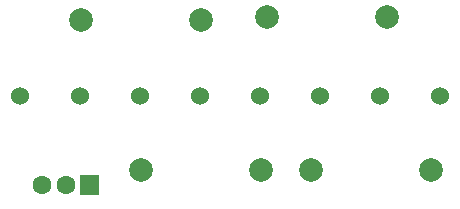
<source format=gbl>
G04 Layer: BottomLayer*
G04 EasyEDA v6.4.5, 2020-09-10T16:32:17+00:00*
G04 8311660e1345463fb4ee0ea210310b8d,b97ca10cbf7f413284ca0e80e24dcd20,10*
G04 Gerber Generator version 0.2*
G04 Scale: 100 percent, Rotated: No, Reflected: No *
G04 Dimensions in inches *
G04 leading zeros omitted , absolute positions ,2 integer and 4 decimal *
%FSLAX24Y24*%
%MOIN*%
G90*
G70D02*

%ADD12C,0.078740*%
%ADD13C,0.060000*%
%ADD14C,0.062992*%

%LPD*%
G54D12*
G01X14200Y1500D03*
G01X10200Y1500D03*
G01X12750Y6600D03*
G01X8750Y6600D03*
G01X6550Y6500D03*
G01X2550Y6500D03*
G54D13*
G01X500Y3950D03*
G01X2500Y3950D03*
G01X4500Y3950D03*
G01X6500Y3950D03*
G01X8500Y3950D03*
G01X10500Y3950D03*
G01X12500Y3950D03*
G01X14500Y3950D03*
G54D14*
G01X1236Y1009D03*
G01X2025Y1009D03*
G36*
G01X2497Y1338D02*
G01X3127Y1338D01*
G01X3127Y678D01*
G01X2497Y678D01*
G01X2497Y1338D01*
G37*
G54D12*
G01X8550Y1500D03*
G01X4550Y1500D03*
M00*
M02*

</source>
